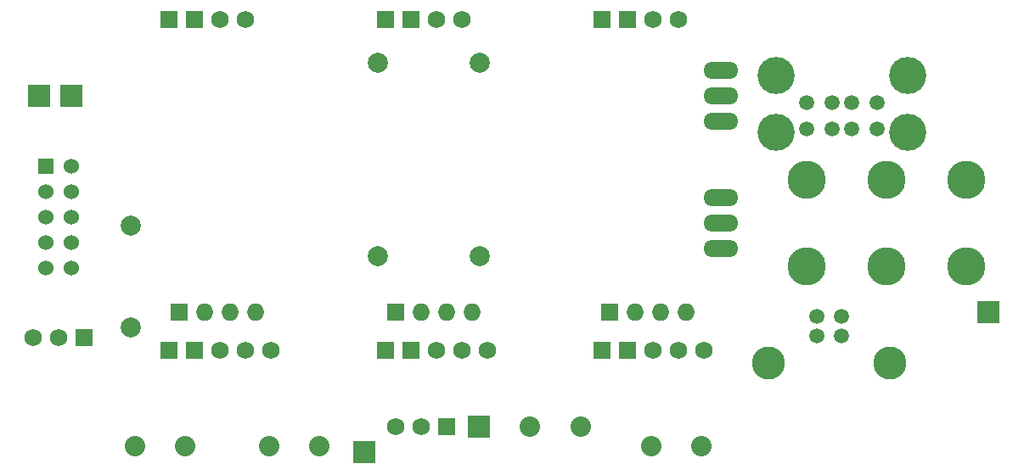
<source format=gbs>
%FSLAX36Y36*%
G04 Gerber Fmt 3.6, Leading zero omitted, Abs format (unit inch)*
G04 Created by KiCad (PCBNEW (2014-jul-16 BZR unknown)-product) date Sat 24 Jan 2015 08:01:21 PM PST*
%MOIN*%
G01*
G04 APERTURE LIST*
%ADD10C,0.003937*%
%ADD11R,0.068000X0.068000*%
%ADD12C,0.068000*%
%ADD13C,0.080000*%
%ADD14R,0.060000X0.060000*%
%ADD15C,0.060000*%
%ADD16O,0.137800X0.066900*%
%ADD17C,0.078700*%
%ADD18C,0.150000*%
%ADD19R,0.088000X0.088000*%
%ADD20O,0.068000X0.068000*%
%ADD21C,0.129921*%
%ADD22C,0.059055*%
%ADD23C,0.145669*%
G04 APERTURE END LIST*
D10*
D11*
X5650000Y-5750000D03*
D12*
X5550000Y-5750000D03*
X5450000Y-5750000D03*
D11*
X4225000Y-5400000D03*
D12*
X4125000Y-5400000D03*
X4025000Y-5400000D03*
D13*
X4426575Y-5825000D03*
X4623425Y-5825000D03*
X6451575Y-5825000D03*
X6648425Y-5825000D03*
X4951575Y-5825000D03*
X5148425Y-5825000D03*
D14*
X4075000Y-4725000D03*
D15*
X4175000Y-4725000D03*
X4075000Y-4825000D03*
X4175000Y-4825000D03*
X4075000Y-4925000D03*
X4175000Y-4925000D03*
X4075000Y-5025000D03*
X4175000Y-5025000D03*
X4075000Y-5125000D03*
X4175000Y-5125000D03*
D16*
X6725000Y-4950000D03*
X6725000Y-5050000D03*
X6725000Y-4850000D03*
X6725000Y-4450000D03*
X6725000Y-4550000D03*
X6725000Y-4350000D03*
D17*
X4409449Y-4957480D03*
X4409449Y-5357480D03*
D18*
X7375000Y-5120000D03*
X7375000Y-4780000D03*
X7687000Y-5120000D03*
X7063000Y-4780000D03*
X7687000Y-4780000D03*
X7063000Y-5120000D03*
D19*
X4050000Y-4450000D03*
X4175000Y-4450000D03*
X7775000Y-5300000D03*
X5775000Y-5750000D03*
X5325000Y-5850000D03*
D11*
X6290000Y-5300000D03*
D20*
X6390000Y-5300000D03*
X6490000Y-5300000D03*
X6590000Y-5300000D03*
D11*
X5450000Y-5300000D03*
D20*
X5550000Y-5300000D03*
X5650000Y-5300000D03*
X5750000Y-5300000D03*
D11*
X4600000Y-5300000D03*
D20*
X4700000Y-5300000D03*
X4800000Y-5300000D03*
X4900000Y-5300000D03*
D13*
X6175500Y-5750000D03*
X5974500Y-5750000D03*
D17*
X5380000Y-5080000D03*
X5780000Y-5080000D03*
X5380000Y-4320000D03*
X5780000Y-4320000D03*
D11*
X4560000Y-5450000D03*
X4660000Y-5450000D03*
D12*
X4760000Y-5450000D03*
X4860000Y-5450000D03*
X4960000Y-5450000D03*
D11*
X4560000Y-4150000D03*
X4660000Y-4150000D03*
D12*
X4760000Y-4150000D03*
X4860000Y-4150000D03*
D11*
X5410000Y-5450000D03*
X5510000Y-5450000D03*
D12*
X5610000Y-5450000D03*
X5710000Y-5450000D03*
X5810000Y-5450000D03*
D11*
X5410000Y-4150000D03*
X5510000Y-4150000D03*
D12*
X5610000Y-4150000D03*
X5710000Y-4150000D03*
D11*
X6260000Y-5450000D03*
X6360000Y-5450000D03*
D12*
X6460000Y-5450000D03*
X6560000Y-5450000D03*
X6660000Y-5450000D03*
D11*
X6260000Y-4150000D03*
X6360000Y-4150000D03*
D12*
X6460000Y-4150000D03*
X6560000Y-4150000D03*
D21*
X6912205Y-5500000D03*
X7387008Y-5500000D03*
D22*
X7100787Y-5314567D03*
X7199213Y-5314567D03*
X7100787Y-5393307D03*
X7199213Y-5393307D03*
X7337795Y-4475000D03*
X7239370Y-4475000D03*
X7160630Y-4475000D03*
X7062205Y-4475000D03*
X7337795Y-4578150D03*
X7239370Y-4578150D03*
X7160630Y-4578150D03*
X7062205Y-4578150D03*
D23*
X7458661Y-4368307D03*
X6941339Y-4368307D03*
X7458661Y-4591929D03*
X6941339Y-4591929D03*
M02*

</source>
